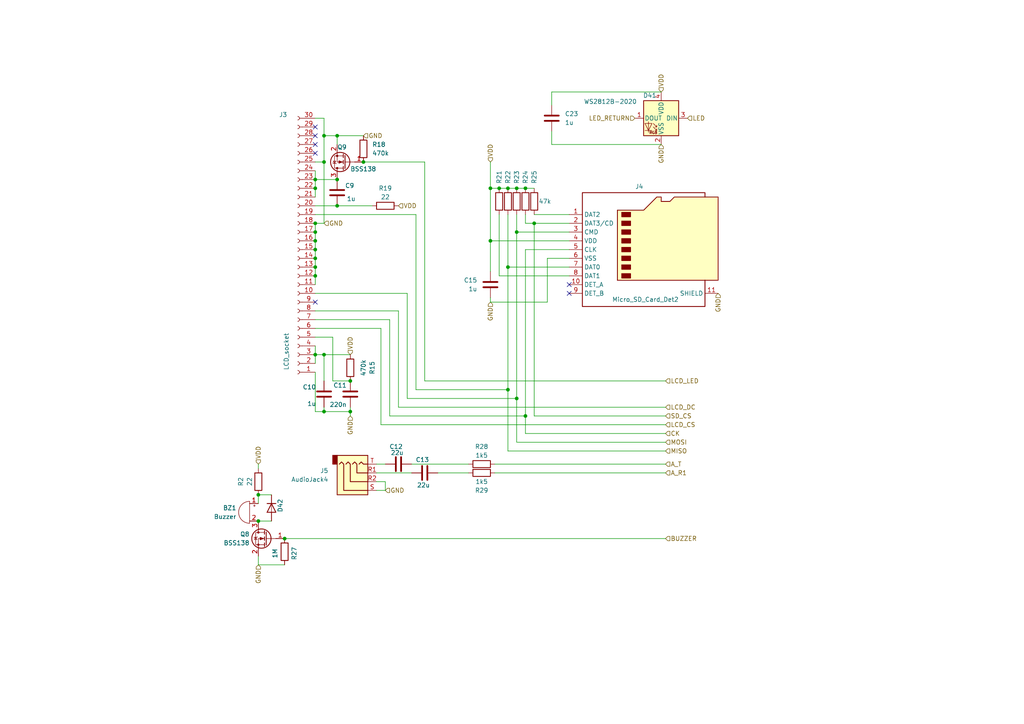
<source format=kicad_sch>
(kicad_sch (version 20231120) (generator "eeschema") (generator_version "8.0")
  (paper "A4")
  (title_block (title "Front") (rev "PY/A1 (1.0)") (company "MOTIV.PW"))
  (lib_symbols
    (symbol "Connector:Conn_01x30_Socket" (pin_names (offset 1.016) hide)
      (property "Reference" "J" (at 0 38.1 0))
      (property "Value" "Conn_01x30_Socket" (at 0 -40.64 0))
      (symbol "Conn_01x30_Socket_1_1"
        (arc (start 0 -37.592) (mid -0.5058 -38.1) (end 0 -38.608) (stroke (width 0.1524)))
        (arc (start 0 -35.052) (mid -0.5058 -35.56) (end 0 -36.068) (stroke (width 0.1524)))
        (arc (start 0 -32.512) (mid -0.5058 -33.02) (end 0 -33.528) (stroke (width 0.1524)))
        (arc (start 0 -29.972) (mid -0.5058 -30.48) (end 0 -30.988) (stroke (width 0.1524)))
        (arc (start 0 -27.432) (mid -0.5058 -27.94) (end 0 -28.448) (stroke (width 0.1524)))
        (arc (start 0 -24.892) (mid -0.5058 -25.4) (end 0 -25.908) (stroke (width 0.1524)))
        (arc (start 0 -22.352) (mid -0.5058 -22.86) (end 0 -23.368) (stroke (width 0.1524)))
        (arc (start 0 -19.812) (mid -0.5058 -20.32) (end 0 -20.828) (stroke (width 0.1524)))
        (arc (start 0 -17.272) (mid -0.5058 -17.78) (end 0 -18.288) (stroke (width 0.1524)))
        (arc (start 0 -14.732) (mid -0.5058 -15.24) (end 0 -15.748) (stroke (width 0.1524)))
        (arc (start 0 -12.192) (mid -0.5058 -12.7) (end 0 -13.208) (stroke (width 0.1524)))
        (arc (start 0 -9.652) (mid -0.5058 -10.16) (end 0 -10.668) (stroke (width 0.1524)))
        (arc (start 0 -7.112) (mid -0.5058 -7.62) (end 0 -8.128) (stroke (width 0.1524)))
        (arc (start 0 -4.572) (mid -0.5058 -5.08) (end 0 -5.588) (stroke (width 0.1524)))
        (arc (start 0 -2.032) (mid -0.5058 -2.54) (end 0 -3.048) (stroke (width 0.1524)))
        (polyline (pts (xy -1.27 -38.1) (xy -0.508 -38.1)) (stroke (width 0.1524)))
        (polyline (pts (xy -1.27 -35.56) (xy -0.508 -35.56)) (stroke (width 0.1524)))
        (polyline (pts (xy -1.27 -33.02) (xy -0.508 -33.02)) (stroke (width 0.1524)))
        (polyline (pts (xy -1.27 -30.48) (xy -0.508 -30.48)) (stroke (width 0.1524)))
        (polyline (pts (xy -1.27 -27.94) (xy -0.508 -27.94)) (stroke (width 0.1524)))
        (polyline (pts (xy -1.27 -25.4) (xy -0.508 -25.4)) (stroke (width 0.1524)))
        (polyline (pts (xy -1.27 -22.86) (xy -0.508 -22.86)) (stroke (width 0.1524)))
        (polyline (pts (xy -1.27 -20.32) (xy -0.508 -20.32)) (stroke (width 0.1524)))
        (polyline (pts (xy -1.27 -17.78) (xy -0.508 -17.78)) (stroke (width 0.1524)))
        (polyline (pts (xy -1.27 -15.24) (xy -0.508 -15.24)) (stroke (width 0.1524)))
        (polyline (pts (xy -1.27 -12.7) (xy -0.508 -12.7)) (stroke (width 0.1524)))
        (polyline (pts (xy -1.27 -10.16) (xy -0.508 -10.16)) (stroke (width 0.1524)))
        (polyline (pts (xy -1.27 -7.62) (xy -0.508 -7.62)) (stroke (width 0.1524)))
        (polyline (pts (xy -1.27 -5.08) (xy -0.508 -5.08)) (stroke (width 0.1524)))
        (polyline (pts (xy -1.27 -2.54) (xy -0.508 -2.54)) (stroke (width 0.1524)))
        (polyline (pts (xy -1.27 0) (xy -0.508 0)) (stroke (width 0.1524)))
        (polyline (pts (xy -1.27 2.54) (xy -0.508 2.54)) (stroke (width 0.1524)))
        (polyline (pts (xy -1.27 5.08) (xy -0.508 5.08)) (stroke (width 0.1524)))
        (polyline (pts (xy -1.27 7.62) (xy -0.508 7.62)) (stroke (width 0.1524)))
        (polyline (pts (xy -1.27 10.16) (xy -0.508 10.16)) (stroke (width 0.1524)))
        (polyline (pts (xy -1.27 12.7) (xy -0.508 12.7)) (stroke (width 0.1524)))
        (polyline (pts (xy -1.27 15.24) (xy -0.508 15.24)) (stroke (width 0.1524)))
        (polyline (pts (xy -1.27 17.78) (xy -0.508 17.78)) (stroke (width 0.1524)))
        (polyline (pts (xy -1.27 20.32) (xy -0.508 20.32)) (stroke (width 0.1524)))
        (polyline (pts (xy -1.27 22.86) (xy -0.508 22.86)) (stroke (width 0.1524)))
        (polyline (pts (xy -1.27 25.4) (xy -0.508 25.4)) (stroke (width 0.1524)))
        (polyline (pts (xy -1.27 27.94) (xy -0.508 27.94)) (stroke (width 0.1524)))
        (polyline (pts (xy -1.27 30.48) (xy -0.508 30.48)) (stroke (width 0.1524)))
        (polyline (pts (xy -1.27 33.02) (xy -0.508 33.02)) (stroke (width 0.1524)))
        (polyline (pts (xy -1.27 35.56) (xy -0.508 35.56)) (stroke (width 0.1524)))
        (arc (start 0 0.508) (mid -0.5058 0) (end 0 -0.508) (stroke (width 0.1524)))
        (arc (start 0 3.048) (mid -0.5058 2.54) (end 0 2.032) (stroke (width 0.1524)))
        (arc (start 0 5.588) (mid -0.5058 5.08) (end 0 4.572) (stroke (width 0.1524)))
        (arc (start 0 8.128) (mid -0.5058 7.62) (end 0 7.112) (stroke (width 0.1524)))
        (arc (start 0 10.668) (mid -0.5058 10.16) (end 0 9.652) (stroke (width 0.1524)))
        (arc (start 0 13.208) (mid -0.5058 12.7) (end 0 12.192) (stroke (width 0.1524)))
        (arc (start 0 15.748) (mid -0.5058 15.24) (end 0 14.732) (stroke (width 0.1524)))
        (arc (start 0 18.288) (mid -0.5058 17.78) (end 0 17.272) (stroke (width 0.1524)))
        (arc (start 0 20.828) (mid -0.5058 20.32) (end 0 19.812) (stroke (width 0.1524)))
        (arc (start 0 23.368) (mid -0.5058 22.86) (end 0 22.352) (stroke (width 0.1524)))
        (arc (start 0 25.908) (mid -0.5058 25.4) (end 0 24.892) (stroke (width 0.1524)))
        (arc (start 0 28.448) (mid -0.5058 27.94) (end 0 27.432) (stroke (width 0.1524)))
        (arc (start 0 30.988) (mid -0.5058 30.48) (end 0 29.972) (stroke (width 0.1524)))
        (arc (start 0 33.528) (mid -0.5058 33.02) (end 0 32.512) (stroke (width 0.1524)))
        (arc (start 0 36.068) (mid -0.5058 35.56) (end 0 35.052) (stroke (width 0.1524)))
        (pin passive line (at -5.08 35.56 0) (length 3.81) (name "Pin_1") (number "1"))
        (pin passive line (at -5.08 12.7 0) (length 3.81) (name "Pin_10") (number "10"))
        (pin passive line (at -5.08 10.16 0) (length 3.81) (name "Pin_11") (number "11"))
        (pin passive line (at -5.08 7.62 0) (length 3.81) (name "Pin_12") (number "12"))
        (pin passive line (at -5.08 5.08 0) (length 3.81) (name "Pin_13") (number "13"))
        (pin passive line (at -5.08 2.54 0) (length 3.81) (name "Pin_14") (number "14"))
        (pin passive line (at -5.08 0 0) (length 3.81) (name "Pin_15") (number "15"))
        (pin passive line (at -5.08 -2.54 0) (length 3.81) (name "Pin_16") (number "16"))
        (pin passive line (at -5.08 -5.08 0) (length 3.81) (name "Pin_17") (number "17"))
        (pin passive line (at -5.08 -7.62 0) (length 3.81) (name "Pin_18") (number "18"))
        (pin passive line (at -5.08 -10.16 0) (length 3.81) (name "Pin_19") (number "19"))
        (pin passive line (at -5.08 33.02 0) (length 3.81) (name "Pin_2") (number "2"))
        (pin passive line (at -5.08 -12.7 0) (length 3.81) (name "Pin_20") (number "20"))
        (pin passive line (at -5.08 -15.24 0) (length 3.81) (name "Pin_21") (number "21"))
        (pin passive line (at -5.08 -17.78 0) (length 3.81) (name "Pin_22") (number "22"))
        (pin passive line (at -5.08 -20.32 0) (length 3.81) (name "Pin_23") (number "23"))
        (pin passive line (at -5.08 -22.86 0) (length 3.81) (name "Pin_24") (number "24"))
        (pin passive line (at -5.08 -25.4 0) (length 3.81) (name "Pin_25") (number "25"))
        (pin passive line (at -5.08 -27.94 0) (length 3.81) (name "Pin_26") (number "26"))
        (pin passive line (at -5.08 -30.48 0) (length 3.81) (name "Pin_27") (number "27"))
        (pin passive line (at -5.08 -33.02 0) (length 3.81) (name "Pin_28") (number "28"))
        (pin passive line (at -5.08 -35.56 0) (length 3.81) (name "Pin_29") (number "29"))
        (pin passive line (at -5.08 30.48 0) (length 3.81) (name "Pin_3") (number "3"))
        (pin passive line (at -5.08 -38.1 0) (length 3.81) (name "Pin_30") (number "30"))
        (pin passive line (at -5.08 27.94 0) (length 3.81) (name "Pin_4") (number "4"))
        (pin passive line (at -5.08 25.4 0) (length 3.81) (name "Pin_5") (number "5"))
        (pin passive line (at -5.08 22.86 0) (length 3.81) (name "Pin_6") (number "6"))
        (pin passive line (at -5.08 20.32 0) (length 3.81) (name "Pin_7") (number "7"))
        (pin passive line (at -5.08 17.78 0) (length 3.81) (name "Pin_8") (number "8"))
        (pin passive line (at -5.08 15.24 0) (length 3.81) (name "Pin_9") (number "9"))
      )
    )
    (symbol "Connector:Micro_SD_Card_Det2"
      (property "Reference" "J" (at -16.51 17.78 0))
      (property "Value" "Micro_SD_Card_Det2" (at 16.51 17.78 0))
      (symbol "Micro_SD_Card_Det2_0_1"
        (rectangle (start -7.62 -6.985) (end -5.08 -8.255) (stroke (width 0.254)) (fill (type outline)))
        (rectangle (start -7.62 -4.445) (end -5.08 -5.715) (stroke (width 0.254)) (fill (type outline)))
        (rectangle (start -7.62 -1.905) (end -5.08 -3.175) (stroke (width 0.254)) (fill (type outline)))
        (rectangle (start -7.62 0.635) (end -5.08 -0.635) (stroke (width 0.254)) (fill (type outline)))
        (rectangle (start -7.62 3.175) (end -5.08 1.905) (stroke (width 0.254)) (fill (type outline)))
        (rectangle (start -7.62 5.715) (end -5.08 4.445) (stroke (width 0.254)) (fill (type outline)))
        (rectangle (start -7.62 8.255) (end -5.08 6.985) (stroke (width 0.254)) (fill (type outline)))
        (rectangle (start -7.62 10.795) (end -5.08 9.525) (stroke (width 0.254)) (fill (type outline)))
        (polyline (pts (xy 16.51 15.24) (xy 16.51 16.51) (xy -19.05 16.51) (xy -19.05 -16.51) (xy 16.51 -16.51) (xy 16.51 -8.89)) (stroke (width 0.254)))
        (polyline (pts (xy -8.89 -8.89) (xy -8.89 11.43) (xy -1.27 11.43) (xy 2.54 15.24) (xy 3.81 15.24) (xy 3.81 13.97) (xy 6.35 13.97) (xy 7.62 15.24) (xy 20.32 15.24) (xy 20.32 -8.89) (xy -8.89 -8.89)) (stroke (width 0.254)) (fill (type background)))
      )
      (symbol "Micro_SD_Card_Det2_1_1"
        (pin bidirectional line (at -22.86 10.16 0) (length 3.81) (name "DAT2") (number "1"))
        (pin passive line (at -22.86 -10.16 0) (length 3.81) (name "DET_A") (number "10"))
        (pin passive line (at 20.32 -12.7 180) (length 3.81) (name "SHIELD") (number "11"))
        (pin bidirectional line (at -22.86 7.62 0) (length 3.81) (name "DAT3/CD") (number "2"))
        (pin input line (at -22.86 5.08 0) (length 3.81) (name "CMD") (number "3"))
        (pin power_in line (at -22.86 2.54 0) (length 3.81) (name "VDD") (number "4"))
        (pin input line (at -22.86 0 0) (length 3.81) (name "CLK") (number "5"))
        (pin power_in line (at -22.86 -2.54 0) (length 3.81) (name "VSS") (number "6"))
        (pin bidirectional line (at -22.86 -5.08 0) (length 3.81) (name "DAT0") (number "7"))
        (pin bidirectional line (at -22.86 -7.62 0) (length 3.81) (name "DAT1") (number "8"))
        (pin passive line (at -22.86 -12.7 0) (length 3.81) (name "DET_B") (number "9"))
      )
    )
    (symbol "Connector_Audio:AudioJack4"
      (property "Reference" "J" (at 0 8.89 0))
      (property "Value" "AudioJack4" (at 0 6.35 0))
      (symbol "AudioJack4_0_1"
        (rectangle (start -6.35 -5.08) (end -7.62 -7.62) (stroke (width 0.254)) (fill (type outline)))
        (polyline (pts (xy 0 -5.08) (xy 0.635 -5.715) (xy 1.27 -5.08) (xy 2.54 -5.08)) (stroke (width 0.254)))
        (polyline (pts (xy -5.715 -5.08) (xy -5.08 -5.715) (xy -4.445 -5.08) (xy -4.445 2.54) (xy 2.54 2.54)) (stroke (width 0.254)))
        (polyline (pts (xy -1.905 -5.08) (xy -1.27 -5.715) (xy -0.635 -5.08) (xy -0.635 -2.54) (xy 2.54 -2.54)) (stroke (width 0.254)))
        (polyline (pts (xy 2.54 0) (xy -2.54 0) (xy -2.54 -5.08) (xy -3.175 -5.715) (xy -3.81 -5.08)) (stroke (width 0.254)))
        (rectangle (start 2.54 3.81) (end -6.35 -7.62) (stroke (width 0.254)) (fill (type background)))
      )
      (symbol "AudioJack4_1_1"
        (pin passive line (at 5.08 -2.54 180) (length 2.54) (name "~") (number "R1"))
        (pin passive line (at 5.08 0 180) (length 2.54) (name "~") (number "R2"))
        (pin passive line (at 5.08 2.54 180) (length 2.54) (name "~") (number "S"))
        (pin passive line (at 5.08 -5.08 180) (length 2.54) (name "~") (number "T"))
      )
    )
    (symbol "Device:Buzzer" (pin_names (offset 0.0254) hide)
      (property "Reference" "BZ" (at 3.81 1.27 0))
      (property "Value" "Buzzer" (at 3.81 -1.27 0))
      (symbol "Buzzer_0_1"
        (arc (start 0 -3.175) (mid 3.1612 0) (end 0 3.175))
        (polyline (pts (xy -1.651 1.905) (xy -1.143 1.905)))
        (polyline (pts (xy -1.397 2.159) (xy -1.397 1.651)))
        (polyline (pts (xy 0 3.175) (xy 0 -3.175)))
      )
      (symbol "Buzzer_1_1"
        (pin passive line (at -2.54 2.54 0) (length 2.54) (name "+") (number "1"))
        (pin passive line (at -2.54 -2.54 0) (length 2.54) (name "-") (number "2"))
      )
    )
    (symbol "Device:C" (pin_numbers hide) (pin_names (offset 0.254))
      (property "Reference" "C" (at 0.635 2.54 0))
      (property "Value" "C" (at 0.635 -2.54 0))
      (symbol "C_0_1"
        (polyline (pts (xy -2.032 -0.762) (xy 2.032 -0.762)) (stroke (width 0.508)))
        (polyline (pts (xy -2.032 0.762) (xy 2.032 0.762)) (stroke (width 0.508)))
      )
      (symbol "C_1_1"
        (pin passive line (at 0 3.81 270) (length 2.794) (name "~") (number "1"))
        (pin passive line (at 0 -3.81 90) (length 2.794) (name "~") (number "2"))
      )
    )
    (symbol "Device:D" (pin_numbers hide) (pin_names (offset 1.016) hide)
      (property "Reference" "D" (at 0 2.54 0))
      (property "Value" "D" (at 0 -2.54 0))
      (symbol "D_0_1"
        (polyline (pts (xy -1.27 1.27) (xy -1.27 -1.27)) (stroke (width 0.254)))
        (polyline (pts (xy 1.27 0) (xy -1.27 0)))
        (polyline (pts (xy 1.27 1.27) (xy 1.27 -1.27) (xy -1.27 0) (xy 1.27 1.27)) (stroke (width 0.254)))
      )
      (symbol "D_1_1"
        (pin passive line (at -3.81 0 0) (length 2.54) (name "K") (number "1"))
        (pin passive line (at 3.81 0 180) (length 2.54) (name "A") (number "2"))
      )
    )
    (symbol "Device:R" (pin_numbers hide) (pin_names (offset 0))
      (property "Reference" "R" (at 2.032 0 90))
      (property "Value" "R" (at 0 0 90))
      (symbol "R_0_1"
        (rectangle (start -1.016 -2.54) (end 1.016 2.54) (stroke (width 0.254)))
      )
      (symbol "R_1_1"
        (pin passive line (at 0 3.81 270) (length 1.27) (name "~") (number "1"))
        (pin passive line (at 0 -3.81 90) (length 1.27) (name "~") (number "2"))
      )
    )
    (symbol "LED:WS2812B-2020" (pin_names (offset 0.254))
      (property "Reference" "D" (at 5.08 5.715 0))
      (property "Value" "WS2812B-2020" (at 1.27 -5.715 0))
      (symbol "WS2812B-2020_0_0"
        (text "RGB" (at 2.286 -4.191 0) (effects (font (size 0.762 0.762))))
      )
      (symbol "WS2812B-2020_0_1"
        (polyline (pts (xy 1.27 -3.556) (xy 1.778 -3.556)))
        (polyline (pts (xy 1.27 -2.54) (xy 1.778 -2.54)))
        (polyline (pts (xy 4.699 -3.556) (xy 2.667 -3.556)))
        (polyline (pts (xy 2.286 -2.54) (xy 1.27 -3.556) (xy 1.27 -3.048)))
        (polyline (pts (xy 2.286 -1.524) (xy 1.27 -2.54) (xy 1.27 -2.032)))
        (polyline (pts (xy 3.683 -1.016) (xy 3.683 -3.556) (xy 3.683 -4.064)))
        (polyline (pts (xy 4.699 -1.524) (xy 2.667 -1.524) (xy 3.683 -3.556) (xy 4.699 -1.524)))
        (rectangle (start 5.08 5.08) (end -5.08 -5.08) (stroke (width 0.254)) (fill (type background)))
      )
      (symbol "WS2812B-2020_1_1"
        (pin output line (at 7.62 0 180) (length 2.54) (name "DOUT") (number "1"))
        (pin power_in line (at 0 -7.62 90) (length 2.54) (name "VSS") (number "2"))
        (pin input line (at -7.62 0 0) (length 2.54) (name "DIN") (number "3"))
        (pin power_in line (at 0 7.62 270) (length 2.54) (name "VDD") (number "4"))
      )
    )
    (symbol "Transistor_FET:BSS138" (pin_names hide)
      (property "Reference" "Q" (at 5.08 1.905 0))
      (property "Value" "BSS138" (at 5.08 0 0))
      (symbol "BSS138_0_1"
        (polyline (pts (xy 0.254 0) (xy -2.54 0)))
        (polyline (pts (xy 0.254 1.905) (xy 0.254 -1.905)) (stroke (width 0.254)))
        (polyline (pts (xy 0.762 -1.27) (xy 0.762 -2.286)) (stroke (width 0.254)))
        (polyline (pts (xy 0.762 0.508) (xy 0.762 -0.508)) (stroke (width 0.254)))
        (polyline (pts (xy 0.762 2.286) (xy 0.762 1.27)) (stroke (width 0.254)))
        (polyline (pts (xy 2.54 2.54) (xy 2.54 1.778)))
        (polyline (pts (xy 2.54 -2.54) (xy 2.54 0) (xy 0.762 0)))
        (polyline (pts (xy 0.762 -1.778) (xy 3.302 -1.778) (xy 3.302 1.778) (xy 0.762 1.778)))
        (polyline (pts (xy 1.016 0) (xy 2.032 0.381) (xy 2.032 -0.381) (xy 1.016 0)) (fill (type outline)))
        (polyline (pts (xy 2.794 0.508) (xy 2.921 0.381) (xy 3.683 0.381) (xy 3.81 0.254)))
        (polyline (pts (xy 3.302 0.381) (xy 2.921 -0.254) (xy 3.683 -0.254) (xy 3.302 0.381)))
        (circle (center 1.651 0) (radius 2.794) (stroke (width 0.254)))
        (circle (center 2.54 -1.778) (radius 0.254) (fill (type outline)))
        (circle (center 2.54 1.778) (radius 0.254) (fill (type outline)))
      )
      (symbol "BSS138_1_1"
        (pin input line (at -5.08 0 0) (length 2.54) (name "G") (number "1"))
        (pin passive line (at 2.54 -5.08 90) (length 2.54) (name "S") (number "2"))
        (pin passive line (at 2.54 5.08 270) (length 2.54) (name "D") (number "3"))
      )
    )
  )
  (junction (at 91.44 102.87))
  (junction (at 147.32 54.61))
  (junction (at 91.44 74.93))
  (junction (at 74.93 151.13))
  (junction (at 144.78 54.61))
  (junction (at 93.98 102.87))
  (junction (at 91.44 72.39))
  (junction (at 101.6 119.38))
  (junction (at 105.41 46.99))
  (junction (at 147.32 113.03))
  (junction (at 97.79 59.69))
  (junction (at 149.86 54.61))
  (junction (at 74.93 143.51))
  (junction (at 82.55 156.21))
  (junction (at 91.44 80.01))
  (junction (at 93.98 119.38))
  (junction (at 93.98 39.37))
  (junction (at 91.44 64.77))
  (junction (at 91.44 52.07))
  (junction (at 91.44 69.85))
  (junction (at 149.86 67.31))
  (junction (at 91.44 67.31))
  (junction (at 142.24 54.61))
  (junction (at 93.98 46.99))
  (junction (at 97.79 52.07))
  (junction (at 152.4 54.61))
  (junction (at 147.32 77.47))
  (junction (at 149.86 115.57))
  (junction (at 142.24 69.85))
  (junction (at 91.44 77.47))
  (junction (at 101.6 110.49))
  (junction (at 154.94 64.77))
  (junction (at 97.79 39.37))
  (junction (at 152.4 120.65))
  (junction (at 91.44 54.61))
  (no_connect (at 91.44 41.91))
  (no_connect (at 91.44 39.37))
  (no_connect (at 165.1 85.09))
  (no_connect (at 91.44 36.83))
  (no_connect (at 165.1 82.55))
  (no_connect (at 91.44 44.45))
  (no_connect (at 91.44 87.63))
  (wire (pts (xy 74.93 134.62) (xy 74.93 135.89)))
  (wire (pts (xy 154.94 64.77) (xy 154.94 120.65)))
  (wire (pts (xy 111.76 142.24) (xy 109.22 142.24)))
  (wire (pts (xy 91.44 34.29) (xy 93.98 34.29)))
  (wire (pts (xy 91.44 72.39) (xy 91.44 74.93)))
  (wire (pts (xy 152.4 62.23) (xy 152.4 64.77)))
  (wire (pts (xy 149.86 115.57) (xy 149.86 128.27)))
  (wire (pts (xy 91.44 102.87) (xy 93.98 102.87)))
  (wire (pts (xy 149.86 67.31) (xy 149.86 62.23)))
  (wire (pts (xy 93.98 102.87) (xy 93.98 110.49)))
  (wire (pts (xy 82.55 156.21) (xy 193.04 156.21)))
  (wire (pts (xy 144.78 54.61) (xy 147.32 54.61)))
  (wire (pts (xy 93.98 39.37) (xy 93.98 34.29)))
  (wire (pts (xy 120.65 62.23) (xy 120.65 113.03)))
  (wire (pts (xy 91.44 80.01) (xy 91.44 82.55)))
  (wire (pts (xy 160.02 38.1) (xy 160.02 41.91)))
  (wire (pts (xy 96.52 110.49) (xy 101.6 110.49)))
  (wire (pts (xy 78.74 143.51) (xy 74.93 143.51)))
  (wire (pts (xy 91.44 52.07) (xy 91.44 54.61)))
  (wire (pts (xy 193.04 110.49) (xy 123.19 110.49)))
  (wire (pts (xy 97.79 39.37) (xy 105.41 39.37)))
  (wire (pts (xy 111.76 139.7) (xy 111.76 142.24)))
  (wire (pts (xy 93.98 118.11) (xy 93.98 119.38)))
  (wire (pts (xy 93.98 119.38) (xy 101.6 119.38)))
  (wire (pts (xy 91.44 77.47) (xy 91.44 80.01)))
  (wire (pts (xy 147.32 130.81) (xy 193.04 130.81)))
  (wire (pts (xy 120.65 113.03) (xy 147.32 113.03)))
  (wire (pts (xy 165.1 64.77) (xy 154.94 64.77)))
  (wire (pts (xy 91.44 67.31) (xy 91.44 69.85)))
  (wire (pts (xy 74.93 163.83) (xy 82.55 163.83)))
  (wire (pts (xy 91.44 92.71) (xy 113.03 92.71)))
  (wire (pts (xy 147.32 77.47) (xy 147.32 62.23)))
  (wire (pts (xy 91.44 119.38) (xy 93.98 119.38)))
  (wire (pts (xy 93.98 46.99) (xy 93.98 39.37)))
  (wire (pts (xy 152.4 54.61) (xy 154.94 54.61)))
  (wire (pts (xy 74.93 143.51) (xy 74.93 146.05)))
  (wire (pts (xy 154.94 64.77) (xy 152.4 64.77)))
  (wire (pts (xy 113.03 92.71) (xy 113.03 120.65)))
  (wire (pts (xy 78.74 151.13) (xy 74.93 151.13)))
  (wire (pts (xy 91.44 54.61) (xy 91.44 57.15)))
  (wire (pts (xy 115.57 118.11) (xy 193.04 118.11)))
  (wire (pts (xy 91.44 74.93) (xy 91.44 77.47)))
  (wire (pts (xy 123.19 110.49) (xy 123.19 46.99)))
  (wire (pts (xy 109.22 139.7) (xy 111.76 139.7)))
  (wire (pts (xy 193.04 120.65) (xy 154.94 120.65)))
  (wire (pts (xy 91.44 107.95) (xy 91.44 119.38)))
  (wire (pts (xy 91.44 64.77) (xy 91.44 67.31)))
  (wire (pts (xy 74.93 163.83) (xy 74.93 161.29)))
  (wire (pts (xy 152.4 125.73) (xy 193.04 125.73)))
  (wire (pts (xy 127 137.16) (xy 135.89 137.16)))
  (wire (pts (xy 142.24 87.63) (xy 142.24 86.36)))
  (wire (pts (xy 115.57 90.17) (xy 115.57 118.11)))
  (wire (pts (xy 142.24 87.63) (xy 158.75 87.63)))
  (wire (pts (xy 152.4 72.39) (xy 152.4 120.65)))
  (wire (pts (xy 158.75 74.93) (xy 158.75 87.63)))
  (wire (pts (xy 118.11 85.09) (xy 118.11 115.57)))
  (wire (pts (xy 91.44 62.23) (xy 120.65 62.23)))
  (wire (pts (xy 160.02 30.48) (xy 160.02 26.67)))
  (wire (pts (xy 149.86 128.27) (xy 193.04 128.27)))
  (wire (pts (xy 91.44 46.99) (xy 93.98 46.99)))
  (wire (pts (xy 165.1 67.31) (xy 149.86 67.31)))
  (wire (pts (xy 152.4 120.65) (xy 152.4 125.73)))
  (wire (pts (xy 154.94 62.23) (xy 165.1 62.23)))
  (wire (pts (xy 142.24 78.74) (xy 142.24 69.85)))
  (wire (pts (xy 144.78 80.01) (xy 144.78 62.23)))
  (wire (pts (xy 91.44 64.77) (xy 93.98 64.77)))
  (wire (pts (xy 91.44 90.17) (xy 115.57 90.17)))
  (wire (pts (xy 113.03 120.65) (xy 152.4 120.65)))
  (wire (pts (xy 160.02 41.91) (xy 191.77 41.91)))
  (wire (pts (xy 158.75 74.93) (xy 165.1 74.93)))
  (wire (pts (xy 149.86 54.61) (xy 152.4 54.61)))
  (wire (pts (xy 91.44 59.69) (xy 97.79 59.69)))
  (wire (pts (xy 91.44 97.79) (xy 96.52 97.79)))
  (wire (pts (xy 165.1 69.85) (xy 142.24 69.85)))
  (wire (pts (xy 142.24 69.85) (xy 142.24 54.61)))
  (wire (pts (xy 165.1 77.47) (xy 147.32 77.47)))
  (wire (pts (xy 110.49 123.19) (xy 110.49 95.25)))
  (wire (pts (xy 97.79 59.69) (xy 107.95 59.69)))
  (wire (pts (xy 91.44 100.33) (xy 91.44 102.87)))
  (wire (pts (xy 110.49 95.25) (xy 91.44 95.25)))
  (wire (pts (xy 147.32 77.47) (xy 147.32 113.03)))
  (wire (pts (xy 101.6 119.38) (xy 101.6 120.65)))
  (wire (pts (xy 160.02 26.67) (xy 191.77 26.67)))
  (wire (pts (xy 152.4 72.39) (xy 165.1 72.39)))
  (wire (pts (xy 193.04 123.19) (xy 110.49 123.19)))
  (wire (pts (xy 111.76 134.62) (xy 109.22 134.62)))
  (wire (pts (xy 149.86 67.31) (xy 149.86 115.57)))
  (wire (pts (xy 147.32 113.03) (xy 147.32 130.81)))
  (wire (pts (xy 142.24 46.99) (xy 142.24 54.61)))
  (wire (pts (xy 97.79 39.37) (xy 93.98 39.37)))
  (wire (pts (xy 165.1 80.01) (xy 144.78 80.01)))
  (wire (pts (xy 147.32 54.61) (xy 149.86 54.61)))
  (wire (pts (xy 97.79 41.91) (xy 97.79 39.37)))
  (wire (pts (xy 101.6 118.11) (xy 101.6 119.38)))
  (wire (pts (xy 91.44 69.85) (xy 91.44 72.39)))
  (wire (pts (xy 91.44 52.07) (xy 97.79 52.07)))
  (wire (pts (xy 96.52 97.79) (xy 96.52 110.49)))
  (wire (pts (xy 118.11 115.57) (xy 149.86 115.57)))
  (wire (pts (xy 93.98 102.87) (xy 101.6 102.87)))
  (wire (pts (xy 143.51 134.62) (xy 193.04 134.62)))
  (wire (pts (xy 119.38 134.62) (xy 135.89 134.62)))
  (wire (pts (xy 93.98 64.77) (xy 93.98 46.99)))
  (wire (pts (xy 143.51 137.16) (xy 193.04 137.16)))
  (wire (pts (xy 109.22 137.16) (xy 119.38 137.16)))
  (wire (pts (xy 91.44 102.87) (xy 91.44 105.41)))
  (wire (pts (xy 142.24 54.61) (xy 144.78 54.61)))
  (wire (pts (xy 91.44 49.53) (xy 91.44 52.07)))
  (wire (pts (xy 105.41 46.99) (xy 123.19 46.99)))
  (wire (pts (xy 91.44 85.09) (xy 118.11 85.09)))
  (hierarchical_label "GND" (shape input) (at 74.93 163.83 270))
  (hierarchical_label "A_T" (shape input) (at 193.04 134.62 0))
  (hierarchical_label "GND" (shape input) (at 191.77 41.91 270))
  (hierarchical_label "GND" (shape input) (at 142.24 87.63 270))
  (hierarchical_label "GND" (shape input) (at 93.98 64.77 0))
  (hierarchical_label "GND" (shape input) (at 105.41 39.37 0))
  (hierarchical_label "CK" (shape input) (at 193.04 125.73 0))
  (hierarchical_label "LED" (shape input) (at 199.39 34.29 0))
  (hierarchical_label "MOSI" (shape input) (at 193.04 128.27 0))
  (hierarchical_label "VDD" (shape input) (at 142.24 46.99 90))
  (hierarchical_label "SD_CS" (shape input) (at 193.04 120.65 0))
  (hierarchical_label "LCD_LED" (shape input) (at 193.04 110.49 0))
  (hierarchical_label "BUZZER" (shape input) (at 193.04 156.21 0))
  (hierarchical_label "MISO" (shape input) (at 193.04 130.81 0))
  (hierarchical_label "GND" (shape input) (at 208.28 85.09 270))
  (hierarchical_label "LED_RETURN" (shape input) (at 184.15 34.29 180))
  (hierarchical_label "LCD_CS" (shape input) (at 193.04 123.19 0))
  (hierarchical_label "GND" (shape input) (at 111.76 142.24 0))
  (hierarchical_label "VDD" (shape input) (at 74.93 134.62 90))
  (hierarchical_label "GND" (shape input) (at 101.6 120.65 270))
  (hierarchical_label "VDD" (shape input) (at 115.57 59.69 0))
  (hierarchical_label "VDD" (shape input) (at 101.6 102.87 90))
  (hierarchical_label "LCD_DC" (shape input) (at 193.04 118.11 0))
  (hierarchical_label "A_R1" (shape input) (at 193.04 137.16 0))
  (hierarchical_label "VDD" (shape input) (at 191.77 26.67 90))
  (symbol (lib_id "Connector:Conn_01x30_Socket") (at 86.36 72.39 180) (unit 1)
    (property "Reference" "J3" (at 83.312 33.274 0) (effects (justify left)))
    (property "Value" "LCD_socket" (at 83.058 96.52 90) (effects (justify left)))
    (property "Footprint" "Connector_FFC-FPC:Hirose_FH12-30S-0.5SH_1x30-1MP_P0.50mm_Horizontal" (effects (hide yes)))
    (property "Description" "Generic connector, single row, 01x30, script generated" (effects (hide yes)))
  )
  (symbol (lib_id "Device:C") (at 97.79 55.88 0) (unit 1)
    (property "Reference" "C9" (at 100.076 53.848 0) (effects (justify left)))
    (property "Value" "1u" (at 100.584 57.658 0) (effects (justify left)))
    (property "Footprint" "Capacitor_SMD:C_0805_2012Metric_Pad1.18x1.45mm_HandSolder" (effects (hide yes)))
    (property "Description" "Unpolarized capacitor" (effects (hide yes)))
  )
  (symbol (lib_id "Device:R") (at 147.32 58.42 0) (unit 1)
    (property "Reference" "R22" (at 147.32 53.34 90) (effects (justify left)))
    (property "Value" "47k" (effects (hide yes)))
    (property "Footprint" "Resistor_SMD:R_0805_2012Metric_Pad1.20x1.40mm_HandSolder" (effects (hide yes)))
    (property "Description" "Resistor" (effects (hide yes)))
  )
  (symbol (lib_id "Device:R") (at 101.6 106.68 0) (mirror y) (unit 1)
    (property "Reference" "R15" (at 107.95 106.68 90))
    (property "Value" "470k" (at 105.41 106.68 90))
    (property "Footprint" "Resistor_SMD:R_0805_2012Metric_Pad1.20x1.40mm_HandSolder" (effects (hide yes)))
    (property "Description" "Resistor" (effects (hide yes)))
  )
  (symbol (lib_id "Device:R") (at 82.55 160.02 0) (mirror y) (unit 1)
    (property "Reference" "R27" (at 85.344 160.528 90))
    (property "Value" "1M" (at 79.756 160.528 90))
    (property "Footprint" "Resistor_SMD:R_0805_2012Metric_Pad1.20x1.40mm_HandSolder" (effects (hide yes)))
    (property "Description" "Resistor" (effects (hide yes)))
  )
  (symbol (lib_id "Device:Buzzer") (at 72.39 148.59 0) (mirror y) (unit 1)
    (property "Reference" "BZ1" (at 68.58 147.32 0) (effects (justify left)))
    (property "Value" "Buzzer" (at 68.58 149.86 0) (effects (justify left)))
    (property "Footprint" "Buzzer_Beeper:MagneticBuzzer_CUI_CMT-8504-100-SMT" (effects (hide yes)))
    (property "Description" "Buzzer, polarized" (effects (hide yes)))
  )
  (symbol (lib_id "Device:C") (at 160.02 34.29 0) (unit 1)
    (property "Reference" "C23" (at 163.83 33.0199 0) (effects (justify left)))
    (property "Value" "1u" (at 163.83 35.5599 0) (effects (justify left)))
    (property "Footprint" "Capacitor_SMD:C_0805_2012Metric_Pad1.18x1.45mm_HandSolder" (effects (hide yes)))
    (property "Description" "Unpolarized capacitor" (effects (hide yes)))
  )
  (symbol (lib_id "Transistor_FET:BSS138") (at 77.47 156.21 0) (mirror y) (unit 1)
    (property "Reference" "Q8" (at 72.39 154.94 0) (effects (justify left)))
    (property "Value" "BSS138" (at 72.39 157.48 0) (effects (justify left)))
    (property "Footprint" "Package_TO_SOT_SMD:SOT-23" (effects (hide yes)))
    (property "Datasheet" "https://www.onsemi.com/pub/Collateral/BSS138-D.PDF" (effects (hide yes)))
    (property "Description" "50V Vds, 0.22A Id, N-Channel MOSFET, SOT-23" (effects (hide yes)))
  )
  (symbol (lib_id "Transistor_FET:BSS138") (at 100.33 46.99 180) (unit 1)
    (property "Reference" "Q9" (at 100.584 42.672 0) (effects (justify left)))
    (property "Value" "BSS138" (at 101.6 49.022 0) (effects (justify right)))
    (property "Footprint" "Package_TO_SOT_SMD:SOT-23" (effects (hide yes)))
    (property "Datasheet" "https://www.onsemi.com/pub/Collateral/BSS138-D.PDF" (effects (hide yes)))
    (property "Description" "50V Vds, 0.22A Id, N-Channel MOSFET, SOT-23" (effects (hide yes)))
  )
  (symbol (lib_id "Device:R") (at 152.4 58.42 0) (unit 1)
    (property "Reference" "R24" (at 152.4 53.34 90) (effects (justify left)))
    (property "Value" "47k" (effects (hide yes)))
    (property "Footprint" "Resistor_SMD:R_0805_2012Metric_Pad1.20x1.40mm_HandSolder" (effects (hide yes)))
    (property "Description" "Resistor" (effects (hide yes)))
  )
  (symbol (lib_id "Device:D") (at 78.74 147.32 90) (mirror x) (unit 1)
    (property "Reference" "D42" (at 81.28 148.59 0) (effects (justify right)))
    (property "Value" "1N4148" (effects (hide yes)))
    (property "Footprint" "Diode_SMD:D_1206_3216Metric" (effects (hide yes)))
    (property "Description" "Diode" (effects (hide yes)))
    (property "Sim.Device" "D" (effects (hide yes)))
    (property "Sim.Pins" "1=K 2=A" (effects (hide yes)))
  )
  (symbol (lib_id "Connector:Micro_SD_Card_Det2") (at 187.96 72.39 0) (unit 1)
    (property "Reference" "J4" (at 185.42 54.102 0))
    (property "Value" "Micro_SD_Card_Det2" (at 187.198 86.868 0))
    (property "Footprint" "footprints:microSD_Short_1" (effects (hide yes)))
    (property "Datasheet" "https://www.hirose.com/en/product/document?clcode=&productname=&series=DM3&documenttype=Catalog&lang=en&documentid=D49662_en" (effects (hide yes)))
    (property "Description" "Micro SD Card Socket with two card detection pins" (effects (hide yes)))
  )
  (symbol (lib_id "Device:R") (at 144.78 58.42 0) (unit 1)
    (property "Reference" "R21" (at 144.78 53.34 90) (effects (justify left)))
    (property "Value" "47k" (effects (hide yes)))
    (property "Footprint" "Resistor_SMD:R_0805_2012Metric_Pad1.20x1.40mm_HandSolder" (effects (hide yes)))
    (property "Description" "Resistor" (effects (hide yes)))
  )
  (symbol (lib_id "Device:C") (at 115.57 134.62 90) (mirror x) (unit 1)
    (property "Reference" "C12" (at 116.84 129.54 90) (effects (justify left)))
    (property "Value" "22u" (at 117.094 131.318 90) (effects (justify left)))
    (property "Footprint" "Capacitor_SMD:C_1206_3216Metric_Pad1.33x1.80mm_HandSolder" (effects (hide yes)))
    (property "Description" "Unpolarized capacitor" (effects (hide yes)))
  )
  (symbol (lib_id "Device:C") (at 123.19 137.16 90) (mirror x) (unit 1)
    (property "Reference" "C13" (at 124.46 133.35 90) (effects (justify left)))
    (property "Value" "22u" (at 124.714 140.716 90) (effects (justify left)))
    (property "Footprint" "Capacitor_SMD:C_1206_3216Metric_Pad1.33x1.80mm_HandSolder" (effects (hide yes)))
    (property "Description" "Unpolarized capacitor" (effects (hide yes)))
  )
  (symbol (lib_id "Device:C") (at 142.24 82.55 0) (mirror y) (unit 1)
    (property "Reference" "C15" (at 138.43 81.2799 0) (effects (justify left)))
    (property "Value" "1u" (at 138.43 83.8199 0) (effects (justify left)))
    (property "Footprint" "Capacitor_SMD:C_0805_2012Metric_Pad1.18x1.45mm_HandSolder" (effects (hide yes)))
    (property "Description" "Unpolarized capacitor" (effects (hide yes)))
  )
  (symbol (lib_id "LED:WS2812B-2020") (at 191.77 34.29 0) (mirror y) (unit 1)
    (property "Reference" "D41" (at 188.468 27.686 0))
    (property "Value" "WS2812B-2020" (at 177.038 29.464 0))
    (property "Footprint" "LED_SMD:LED_WS2812B-2020_PLCC4_2.0x2.0mm" (effects (hide yes)))
    (property "Datasheet" "https://cdn-shop.adafruit.com/product-files/4684/4684_WS2812B-2020_V1.3_EN.pdf" (effects (hide yes)))
    (property "Description" "RGB LED with integrated controller, 2.0 x 2.0 mm, 12 mA" (effects (hide yes)))
  )
  (symbol (lib_id "Device:R") (at 139.7 134.62 90) (unit 1)
    (property "Reference" "R28" (at 139.7 129.54 90))
    (property "Value" "1k5" (at 139.7 132.08 90))
    (property "Footprint" "Resistor_SMD:R_0805_2012Metric_Pad1.20x1.40mm_HandSolder" (effects (hide yes)))
    (property "Description" "Resistor" (effects (hide yes)))
  )
  (symbol (lib_id "Device:R") (at 154.94 58.42 0) (unit 1)
    (property "Reference" "R25" (at 154.94 53.34 90) (effects (justify left)))
    (property "Value" "47k" (at 156.21 58.42 0) (effects (justify left)))
    (property "Footprint" "Resistor_SMD:R_0805_2012Metric_Pad1.20x1.40mm_HandSolder" (effects (hide yes)))
    (property "Description" "Resistor" (effects (hide yes)))
  )
  (symbol (lib_id "Device:R") (at 111.76 59.69 90) (unit 1)
    (property "Reference" "R19" (at 111.76 54.61 90))
    (property "Value" "22" (at 111.76 57.15 90))
    (property "Footprint" "Resistor_SMD:R_0805_2012Metric_Pad1.20x1.40mm_HandSolder" (effects (hide yes)))
    (property "Description" "Resistor" (effects (hide yes)))
  )
  (symbol (lib_id "Device:C") (at 101.6 114.3 0) (mirror y) (unit 1)
    (property "Reference" "C11" (at 100.584 111.76 0) (effects (justify left)))
    (property "Value" "220n" (at 100.584 117.348 0) (effects (justify left)))
    (property "Footprint" "Capacitor_SMD:C_0805_2012Metric_Pad1.18x1.45mm_HandSolder" (effects (hide yes)))
    (property "Description" "Unpolarized capacitor" (effects (hide yes)))
  )
  (symbol (lib_id "Device:R") (at 105.41 43.18 180) (unit 1)
    (property "Reference" "R18" (at 107.95 41.9099 0) (effects (justify right)))
    (property "Value" "470k" (at 107.95 44.4499 0) (effects (justify right)))
    (property "Footprint" "Resistor_SMD:R_0805_2012Metric_Pad1.20x1.40mm_HandSolder" (effects (hide yes)))
    (property "Description" "Resistor" (effects (hide yes)))
  )
  (symbol (lib_id "Connector_Audio:AudioJack4") (at 104.14 139.7 0) (mirror x) (unit 1)
    (property "Reference" "J5" (at 95.25 136.5249 0) (effects (justify right)))
    (property "Value" "AudioJack4" (at 95.25 139.0649 0) (effects (justify right)))
    (property "Footprint" "footprints:Jack_3.5mm_PJ320D_Horizontal" (effects (hide yes)))
    (property "Description" "Audio Jack, 4 Poles (TRRS)" (effects (hide yes)))
  )
  (symbol (lib_id "Device:R") (at 139.7 137.16 90) (mirror x) (unit 1)
    (property "Reference" "R29" (at 139.7 142.24 90))
    (property "Value" "1k5" (at 139.7 139.7 90))
    (property "Footprint" "Resistor_SMD:R_0805_2012Metric_Pad1.20x1.40mm_HandSolder" (effects (hide yes)))
    (property "Description" "Resistor" (effects (hide yes)))
  )
  (symbol (lib_id "Device:R") (at 74.93 139.7 180) (unit 1)
    (property "Reference" "R2" (at 69.85 139.7 90))
    (property "Value" "22" (at 72.39 139.7 90))
    (property "Footprint" "Resistor_SMD:R_0805_2012Metric_Pad1.20x1.40mm_HandSolder" (effects (hide yes)))
    (property "Description" "Resistor" (effects (hide yes)))
  )
  (symbol (lib_id "Device:R") (at 149.86 58.42 0) (unit 1)
    (property "Reference" "R23" (at 149.86 53.34 90) (effects (justify left)))
    (property "Value" "47k" (effects (hide yes)))
    (property "Footprint" "Resistor_SMD:R_0805_2012Metric_Pad1.20x1.40mm_HandSolder" (effects (hide yes)))
    (property "Description" "Resistor" (effects (hide yes)))
  )
  (symbol (lib_id "Device:C") (at 93.98 114.3 0) (mirror y) (unit 1)
    (property "Reference" "C10" (at 91.694 112.268 0) (effects (justify left)))
    (property "Value" "1u" (at 91.694 117.094 0) (effects (justify left)))
    (property "Footprint" "Capacitor_SMD:C_0805_2012Metric_Pad1.18x1.45mm_HandSolder" (effects (hide yes)))
    (property "Description" "Unpolarized capacitor" (effects (hide yes)))
  )
)
</source>
